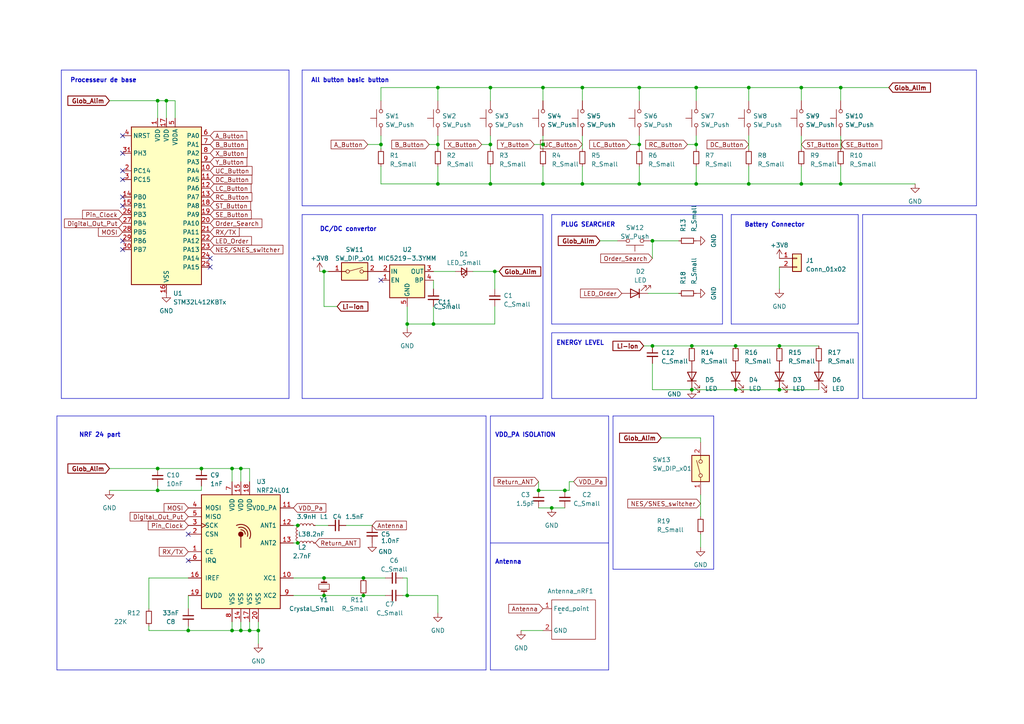
<source format=kicad_sch>
(kicad_sch (version 20230121) (generator eeschema)
  (paper "A4")
  (title_block (title "SNES_1") (date "06/04/2023") (company "ENSEA") (comment 1 "Auriac Robin") (comment 5 "Ce n'est pas fini, c'est une bêta"))
  (lib_symbols
    (symbol "Antenna_nRF24_2_4GHz:Antenna_nRF_2_4GHz"
      (property "Reference" "Antenna_nRF" (at 0 7.62 0))
      (symbol "Antenna_nRF_2_4GHz_0_1"
        (rectangle (start -6.35 6.35) (end 6.35 -5.08))
      )
      (symbol "Antenna_nRF_2_4GHz_1_1"
        (pin bidirectional line (at -8.89 3.81 0) (length 2.54) (name "Feed_point") (number "1"))
        (pin power_in line (at -8.89 -2.54 0) (length 2.54) (name "GND") (number "2"))
      )
    )
    (symbol "Connector_Generic:Conn_01x02" (pin_names (offset 1.016) hide)
      (property "Reference" "J" (at 0 2.54 0))
      (property "Value" "Conn_01x02" (at 0 -5.08 0))
      (symbol "Conn_01x02_1_1"
        (rectangle (start -1.27 -2.413) (end 0 -2.667) (stroke (width 0.1524)))
        (rectangle (start -1.27 0.127) (end 0 -0.127) (stroke (width 0.1524)))
        (rectangle (start -1.27 1.27) (end 1.27 -3.81) (stroke (width 0.254)) (fill (type background)))
        (pin passive line (at -5.08 0 0) (length 3.81) (name "Pin_1") (number "1"))
        (pin passive line (at -5.08 -2.54 0) (length 3.81) (name "Pin_2") (number "2"))
      )
    )
    (symbol "Device:C_Small" (pin_numbers hide) (pin_names (offset 0.254) hide)
      (property "Reference" "C" (at 0.254 1.778 0))
      (property "Value" "C_Small" (at 0.254 -2.032 0))
      (symbol "C_Small_0_1"
        (polyline (pts (xy -1.524 -0.508) (xy 1.524 -0.508)) (stroke (width 0.3302)))
        (polyline (pts (xy -1.524 0.508) (xy 1.524 0.508)) (stroke (width 0.3048)))
      )
      (symbol "C_Small_1_1"
        (pin passive line (at 0 2.54 270) (length 2.032) (name "~") (number "1"))
        (pin passive line (at 0 -2.54 90) (length 2.032) (name "~") (number "2"))
      )
    )
    (symbol "Device:Crystal_Small" (pin_numbers hide) (pin_names (offset 1.016) hide)
      (property "Reference" "Y" (at 0 2.54 0))
      (property "Value" "Crystal_Small" (at 0 -2.54 0))
      (symbol "Crystal_Small_0_1"
        (rectangle (start -0.762 -1.524) (end 0.762 1.524))
        (polyline (pts (xy -1.27 -0.762) (xy -1.27 0.762)) (stroke (width 0.381)))
        (polyline (pts (xy 1.27 -0.762) (xy 1.27 0.762)) (stroke (width 0.381)))
      )
      (symbol "Crystal_Small_1_1"
        (pin passive line (at -2.54 0 0) (length 1.27) (name "1") (number "1"))
        (pin passive line (at 2.54 0 180) (length 1.27) (name "2") (number "2"))
      )
    )
    (symbol "Device:LED" (pin_numbers hide) (pin_names (offset 1.016) hide)
      (property "Reference" "D" (at 0 2.54 0))
      (property "Value" "LED" (at 0 -2.54 0))
      (symbol "LED_0_1"
        (polyline (pts (xy -1.27 -1.27) (xy -1.27 1.27)) (stroke (width 0.254)))
        (polyline (pts (xy -1.27 0) (xy 1.27 0)))
        (polyline (pts (xy 1.27 -1.27) (xy 1.27 1.27) (xy -1.27 0) (xy 1.27 -1.27)) (stroke (width 0.254)))
        (polyline (pts (xy -3.048 -0.762) (xy -4.572 -2.286) (xy -3.81 -2.286) (xy -4.572 -2.286) (xy -4.572 -1.524)))
        (polyline (pts (xy -1.778 -0.762) (xy -3.302 -2.286) (xy -2.54 -2.286) (xy -3.302 -2.286) (xy -3.302 -1.524)))
      )
      (symbol "LED_1_1"
        (pin passive line (at -3.81 0 0) (length 2.54) (name "K") (number "1"))
        (pin passive line (at 3.81 0 180) (length 2.54) (name "A") (number "2"))
      )
    )
    (symbol "Device:LED_Small" (pin_numbers hide) (pin_names (offset 0.254) hide)
      (property "Reference" "D" (at -1.27 3.175 0))
      (property "Value" "LED_Small" (at -4.445 -2.54 0))
      (symbol "LED_Small_0_1"
        (polyline (pts (xy -0.762 -1.016) (xy -0.762 1.016)) (stroke (width 0.254)))
        (polyline (pts (xy 1.016 0) (xy -0.762 0)))
        (polyline (pts (xy 0.762 -1.016) (xy -0.762 0) (xy 0.762 1.016) (xy 0.762 -1.016)) (stroke (width 0.254)))
        (polyline (pts (xy 0 0.762) (xy -0.508 1.27) (xy -0.254 1.27) (xy -0.508 1.27) (xy -0.508 1.016)))
        (polyline (pts (xy 0.508 1.27) (xy 0 1.778) (xy 0.254 1.778) (xy 0 1.778) (xy 0 1.524)))
      )
      (symbol "LED_Small_1_1"
        (pin passive line (at -2.54 0 0) (length 1.778) (name "K") (number "1"))
        (pin passive line (at 2.54 0 180) (length 1.778) (name "A") (number "2"))
      )
    )
    (symbol "Device:L_Small" (pin_numbers hide) (pin_names (offset 0.254) hide)
      (property "Reference" "L" (at 0.762 1.016 0))
      (property "Value" "L_Small" (at 0.762 -1.016 0))
      (symbol "L_Small_0_1"
        (arc (start 0 -2.032) (mid 0.5058 -1.524) (end 0 -1.016))
        (arc (start 0 -1.016) (mid 0.5058 -0.508) (end 0 0))
        (arc (start 0 0) (mid 0.5058 0.508) (end 0 1.016))
        (arc (start 0 1.016) (mid 0.5058 1.524) (end 0 2.032))
      )
      (symbol "L_Small_1_1"
        (pin passive line (at 0 2.54 270) (length 0.508) (name "~") (number "1"))
        (pin passive line (at 0 -2.54 90) (length 0.508) (name "~") (number "2"))
      )
    )
    (symbol "Device:R_Small" (pin_numbers hide) (pin_names (offset 0.254) hide)
      (property "Reference" "R" (at 0.762 0.508 0))
      (property "Value" "R_Small" (at 0.762 -1.016 0))
      (symbol "R_Small_0_1"
        (rectangle (start -0.762 1.778) (end 0.762 -1.778) (stroke (width 0.2032)))
      )
      (symbol "R_Small_1_1"
        (pin passive line (at 0 2.54 270) (length 0.762) (name "~") (number "1"))
        (pin passive line (at 0 -2.54 90) (length 0.762) (name "~") (number "2"))
      )
    )
    (symbol "MCU_ST_STM32L4:STM32L412KBTx"
      (property "Reference" "U" (at -10.16 24.13 0))
      (property "Value" "STM32L412KBTx" (at 5.08 24.13 0))
      (symbol "STM32L412KBTx_0_1"
        (rectangle (start -10.16 -22.86) (end 10.16 22.86) (stroke (width 0.254)) (fill (type background)))
      )
      (symbol "STM32L412KBTx_1_1"
        (pin power_in line (at -2.54 25.4 270) (length 2.54) (name "VDD") (number "1"))
        (pin bidirectional line (at 12.7 10.16 180) (length 2.54) (name "PA4") (number "10"))
        (pin bidirectional line (at 12.7 7.62 180) (length 2.54) (name "PA5") (number "11"))
        (pin bidirectional line (at 12.7 5.08 180) (length 2.54) (name "PA6") (number "12"))
        (pin bidirectional line (at 12.7 2.54 180) (length 2.54) (name "PA7") (number "13"))
        (pin bidirectional line (at -12.7 2.54 0) (length 2.54) (name "PB0") (number "14"))
        (pin bidirectional line (at -12.7 0 0) (length 2.54) (name "PB1") (number "15"))
        (pin power_in line (at 0 -25.4 90) (length 2.54) (name "VSS") (number "16"))
        (pin power_in line (at 0 25.4 270) (length 2.54) (name "VDD") (number "17"))
        (pin bidirectional line (at 12.7 0 180) (length 2.54) (name "PA8") (number "18"))
        (pin bidirectional line (at 12.7 -2.54 180) (length 2.54) (name "PA9") (number "19"))
        (pin bidirectional line (at -12.7 10.16 0) (length 2.54) (name "PC14") (number "2"))
        (pin bidirectional line (at 12.7 -5.08 180) (length 2.54) (name "PA10") (number "20"))
        (pin bidirectional line (at 12.7 -7.62 180) (length 2.54) (name "PA11") (number "21"))
        (pin bidirectional line (at 12.7 -10.16 180) (length 2.54) (name "PA12") (number "22"))
        (pin bidirectional line (at 12.7 -12.7 180) (length 2.54) (name "PA13") (number "23"))
        (pin bidirectional line (at 12.7 -15.24 180) (length 2.54) (name "PA14") (number "24"))
        (pin bidirectional line (at 12.7 -17.78 180) (length 2.54) (name "PA15") (number "25"))
        (pin bidirectional line (at -12.7 -2.54 0) (length 2.54) (name "PB3") (number "26"))
        (pin bidirectional line (at -12.7 -5.08 0) (length 2.54) (name "PB4") (number "27"))
        (pin bidirectional line (at -12.7 -7.62 0) (length 2.54) (name "PB5") (number "28"))
        (pin bidirectional line (at -12.7 -10.16 0) (length 2.54) (name "PB6") (number "29"))
        (pin bidirectional line (at -12.7 7.62 0) (length 2.54) (name "PC15") (number "3"))
        (pin bidirectional line (at -12.7 -12.7 0) (length 2.54) (name "PB7") (number "30"))
        (pin bidirectional line (at -12.7 15.24 0) (length 2.54) (name "PH3") (number "31"))
        (pin passive line (at 0 -25.4 90) (length 2.54) hide (name "VSS") (number "32"))
        (pin input line (at -12.7 20.32 0) (length 2.54) (name "NRST") (number "4"))
        (pin power_in line (at 2.54 25.4 270) (length 2.54) (name "VDDA") (number "5"))
        (pin bidirectional line (at 12.7 20.32 180) (length 2.54) (name "PA0") (number "6"))
        (pin bidirectional line (at 12.7 17.78 180) (length 2.54) (name "PA1") (number "7"))
        (pin bidirectional line (at 12.7 15.24 180) (length 2.54) (name "PA2") (number "8"))
        (pin bidirectional line (at 12.7 12.7 180) (length 2.54) (name "PA3") (number "9"))
      )
    )
    (symbol "RF:NRF24L01" (pin_names (offset 1.016))
      (property "Reference" "U" (at -11.43 17.78 0))
      (property "Value" "NRF24L01" (at 5.08 17.78 0))
      (symbol "NRF24L01_0_1"
        (rectangle (start -11.43 16.51) (end 11.43 -16.51) (stroke (width 0.254)) (fill (type background)))
        (polyline (pts (xy 0 4.445) (xy 0 1.27)) (stroke (width 0.254)))
        (circle (center 0 5.08) (radius 0.635) (stroke (width 0.254)) (fill (type outline)))
        (arc (start 1.27 5.08) (mid 0.9071 5.9946) (end 0 6.35) (stroke (width 0.254)))
        (arc (start 1.905 4.445) (mid 1.4313 6.5254) (end -0.635 6.985) (stroke (width 0.254)))
        (arc (start 2.54 3.81) (mid 2.008 7.088) (end -1.27 7.62) (stroke (width 0.254)))
        (rectangle (start 11.43 -13.97) (end 11.43 -13.97))
      )
      (symbol "NRF24L01_1_1"
        (pin input line (at -15.24 0 0) (length 3.81) (name "CE") (number "1"))
        (pin passive line (at 15.24 -7.62 180) (length 3.81) (name "XC1") (number "10"))
        (pin power_out line (at 15.24 12.7 180) (length 3.81) (name "VDD_PA") (number "11"))
        (pin passive line (at 15.24 7.62 180) (length 3.81) (name "ANT1") (number "12"))
        (pin passive line (at 15.24 2.54 180) (length 3.81) (name "ANT2") (number "13"))
        (pin power_in line (at 0 -20.32 90) (length 3.81) (name "VSS") (number "14"))
        (pin power_in line (at 0 20.32 270) (length 3.81) (name "VDD") (number "15"))
        (pin passive line (at -15.24 -7.62 0) (length 3.81) (name "IREF") (number "16"))
        (pin power_in line (at 2.54 -20.32 90) (length 3.81) (name "VSS") (number "17"))
        (pin power_in line (at 2.54 20.32 270) (length 3.81) (name "VDD") (number "18"))
        (pin power_out line (at -15.24 -12.7 0) (length 3.81) (name "DVDD") (number "19"))
        (pin input line (at -15.24 5.08 0) (length 3.81) (name "CSN") (number "2"))
        (pin power_in line (at 5.08 -20.32 90) (length 3.81) (name "VSS") (number "20"))
        (pin input clock (at -15.24 7.62 0) (length 3.81) (name "SCK") (number "3"))
        (pin input line (at -15.24 12.7 0) (length 3.81) (name "MOSI") (number "4"))
        (pin output line (at -15.24 10.16 0) (length 3.81) (name "MISO") (number "5"))
        (pin output line (at -15.24 -2.54 0) (length 3.81) (name "IRQ") (number "6"))
        (pin power_in line (at -2.54 20.32 270) (length 3.81) (name "VDD") (number "7"))
        (pin power_in line (at -2.54 -20.32 90) (length 3.81) (name "VSS") (number "8"))
        (pin passive line (at 15.24 -12.7 180) (length 3.81) (name "XC2") (number "9"))
      )
    )
    (symbol "Regulator_Linear:MIC5219-3.3YMM" (pin_names (offset 0.254))
      (property "Reference" "U" (at -3.81 5.715 0))
      (property "Value" "MIC5219-3.3YMM" (at 0 5.715 0))
      (symbol "MIC5219-3.3YMM_0_1"
        (rectangle (start -5.08 4.445) (end 5.08 -5.08) (stroke (width 0.254)) (fill (type background)))
      )
      (symbol "MIC5219-3.3YMM_1_1"
        (pin input line (at -7.62 0 0) (length 2.54) (name "EN") (number "1"))
        (pin power_in line (at -7.62 2.54 0) (length 2.54) (name "IN") (number "2"))
        (pin power_out line (at 7.62 2.54 180) (length 2.54) (name "OUT") (number "3"))
        (pin input line (at 7.62 0 180) (length 2.54) (name "BP") (number "4"))
        (pin power_in line (at 0 -7.62 90) (length 2.54) (name "GND") (number "5"))
        (pin passive line (at 0 -7.62 90) (length 2.54) hide (name "GND") (number "6"))
        (pin passive line (at 0 -7.62 90) (length 2.54) hide (name "GND") (number "7"))
        (pin passive line (at 0 -7.62 90) (length 2.54) hide (name "GND") (number "8"))
      )
    )
    (symbol "Switch:SW_DIP_x01" (pin_names (offset 0) hide)
      (property "Reference" "SW" (at 0 3.81 0))
      (property "Value" "SW_DIP_x01" (at 0 -3.81 0))
      (symbol "SW_DIP_x01_0_0"
        (circle (center -2.032 0) (radius 0.508))
        (polyline (pts (xy -1.524 0.127) (xy 2.3622 1.1684)))
        (circle (center 2.032 0) (radius 0.508))
      )
      (symbol "SW_DIP_x01_0_1"
        (rectangle (start -3.81 2.54) (end 3.81 -2.54) (stroke (width 0.254)) (fill (type background)))
      )
      (symbol "SW_DIP_x01_1_1"
        (pin passive line (at -7.62 0 0) (length 5.08) (name "~") (number "1"))
        (pin passive line (at 7.62 0 180) (length 5.08) (name "~") (number "2"))
      )
    )
    (symbol "Switch:SW_Push" (pin_numbers hide) (pin_names (offset 1.016) hide)
      (property "Reference" "SW" (at 1.27 2.54 0))
      (property "Value" "SW_Push" (at 0 -1.524 0))
      (symbol "SW_Push_0_1"
        (circle (center -2.032 0) (radius 0.508))
        (polyline (pts (xy 0 1.27) (xy 0 3.048)))
        (polyline (pts (xy 2.54 1.27) (xy -2.54 1.27)))
        (circle (center 2.032 0) (radius 0.508))
        (pin passive line (at -5.08 0 0) (length 2.54) (name "1") (number "1"))
        (pin passive line (at 5.08 0 180) (length 2.54) (name "2") (number "2"))
      )
    )
    (symbol "power:+3V8" (power) (pin_names (offset 0))
      (property "Value" "+3V8" (at 0 3.556 0))
      (symbol "+3V8_0_1"
        (polyline (pts (xy -0.762 1.27) (xy 0 2.54)))
        (polyline (pts (xy 0 0) (xy 0 2.54)))
        (polyline (pts (xy 0 2.54) (xy 0.762 1.27)))
      )
      (symbol "+3V8_1_1"
        (pin power_in line (at 0 0 90) (length 0) hide (name "+3V8") (number "1"))
      )
    )
    (symbol "power:GND" (power) (pin_names (offset 0))
      (property "Value" "GND" (at 0 -3.81 0))
      (symbol "GND_0_1"
        (polyline (pts (xy 0 0) (xy 0 -1.27) (xy 1.27 -1.27) (xy 0 -2.54) (xy -1.27 -1.27) (xy 0 -1.27)))
      )
      (symbol "GND_1_1"
        (pin power_in line (at 0 0 270) (length 0) hide (name "GND") (number "1"))
      )
    )
  )
  (junction (at 48.26 29.21))
  (junction (at 200.66 100.33))
  (junction (at 143.51 78.74))
  (junction (at 185.42 25.4))
  (junction (at 72.39 182.88))
  (junction (at 69.85 135.89))
  (junction (at 226.06 100.33))
  (junction (at 69.85 182.88))
  (junction (at 213.36 113.03))
  (junction (at 127 53.34))
  (junction (at 213.36 100.33))
  (junction (at 157.48 53.34))
  (junction (at 67.31 135.89))
  (junction (at 118.11 93.98))
  (junction (at 142.24 41.91))
  (junction (at 168.91 53.34))
  (junction (at 217.17 25.4))
  (junction (at 105.41 167.64))
  (junction (at 232.41 25.4))
  (junction (at 217.17 53.34))
  (junction (at 142.24 25.4))
  (junction (at 189.23 100.33))
  (junction (at 157.48 41.91))
  (junction (at 243.84 25.4))
  (junction (at 58.42 135.89))
  (junction (at 200.66 113.03))
  (junction (at 127 41.91))
  (junction (at 118.11 172.72))
  (junction (at 142.24 53.34))
  (junction (at 93.98 172.72))
  (junction (at 125.73 93.98))
  (junction (at 185.42 41.91))
  (junction (at 54.61 182.88))
  (junction (at 243.84 53.34))
  (junction (at 45.72 142.24))
  (junction (at 185.42 53.34))
  (junction (at 201.93 41.91))
  (junction (at 110.49 41.91))
  (junction (at 160.02 147.32))
  (junction (at 67.31 182.88))
  (junction (at 45.72 135.89))
  (junction (at 93.98 78.74))
  (junction (at 201.93 25.4))
  (junction (at 105.41 172.72))
  (junction (at 157.48 25.4))
  (junction (at 226.06 113.03))
  (junction (at 74.93 182.88))
  (junction (at 232.41 53.34))
  (junction (at 201.93 53.34))
  (junction (at 127 25.4))
  (junction (at 189.23 69.85))
  (junction (at 168.91 25.4))
  (junction (at 163.83 142.24))
  (junction (at 45.72 29.21))
  (junction (at 93.98 167.64))
  (junction (at 156.21 142.24))
  (junction (at 86.36 157.48))
  (junction (at 86.36 152.4))
  (no_connect (at 60.96 77.47))
  (no_connect (at 54.61 162.56))
  (no_connect (at 35.56 52.07))
  (no_connect (at 35.56 39.37))
  (no_connect (at 35.56 72.39))
  (no_connect (at 35.56 44.45))
  (no_connect (at 35.56 59.69))
  (no_connect (at 35.56 49.53))
  (no_connect (at 110.49 81.28))
  (no_connect (at 35.56 69.85))
  (no_connect (at 54.61 154.94))
  (no_connect (at 35.56 57.15))
  (no_connect (at 60.96 74.93))
  (polyline (pts (xy 176.53 120.65) (xy 176.53 194.31)))
  (polyline (pts (xy 207.01 165.1) (xy 177.8 165.1)))
  (polyline (pts (xy 142.24 157.48) (xy 176.53 157.48)))
  (wire (pts (xy 127 25.4) (xy 127 29.21)))
  (wire (pts (xy 243.84 25.4) (xy 232.41 25.4)))
  (wire (pts (xy 69.85 180.34) (xy 69.85 182.88)))
  (wire (pts (xy 189.23 74.93) (xy 189.23 69.85)))
  (wire (pts (xy 127 48.26) (xy 127 53.34)))
  (wire (pts (xy 118.11 172.72) (xy 118.11 167.64)))
  (wire (pts (xy 92.71 78.74) (xy 93.98 78.74)))
  (wire (pts (xy 232.41 25.4) (xy 232.41 29.21)))
  (wire (pts (xy 217.17 39.37) (xy 217.17 43.18)))
  (polyline (pts (xy 157.48 115.57) (xy 157.48 62.23)))
  (polyline (pts (xy 16.51 120.65) (xy 16.51 194.31)))
  (polyline (pts (xy 142.24 194.31) (xy 176.53 194.31)))
  (wire (pts (xy 95.25 152.4) (xy 91.44 152.4)))
  (wire (pts (xy 157.48 25.4) (xy 157.48 29.21)))
  (wire (pts (xy 125.73 78.74) (xy 132.08 78.74)))
  (polyline (pts (xy 142.24 194.31) (xy 142.24 120.65)))
  (wire (pts (xy 185.42 39.37) (xy 185.42 41.91)))
  (wire (pts (xy 154.94 41.91) (xy 157.48 41.91)))
  (wire (pts (xy 86.36 152.4) (xy 85.09 152.4)))
  (wire (pts (xy 200.66 100.33) (xy 213.36 100.33)))
  (wire (pts (xy 74.93 182.88) (xy 74.93 186.69)))
  (polyline (pts (xy 212.09 62.23) (xy 212.09 93.98)))
  (wire (pts (xy 185.42 48.26) (xy 185.42 53.34)))
  (wire (pts (xy 43.18 167.64) (xy 43.18 176.53)))
  (wire (pts (xy 125.73 93.98) (xy 118.11 93.98)))
  (wire (pts (xy 93.98 172.72) (xy 105.41 172.72)))
  (wire (pts (xy 67.31 135.89) (xy 67.31 139.7)))
  (wire (pts (xy 142.24 48.26) (xy 142.24 53.34)))
  (wire (pts (xy 67.31 180.34) (xy 67.31 182.88)))
  (wire (pts (xy 43.18 181.61) (xy 43.18 182.88)))
  (polyline (pts (xy 160.02 62.23) (xy 209.55 62.23)))
  (polyline (pts (xy 209.55 93.98) (xy 160.02 93.98)))
  (wire (pts (xy 142.24 41.91) (xy 142.24 43.18)))
  (wire (pts (xy 127 53.34) (xy 110.49 53.34)))
  (polyline (pts (xy 17.78 20.32) (xy 17.78 115.57)))
  (wire (pts (xy 189.23 100.33) (xy 200.66 100.33)))
  (wire (pts (xy 265.43 53.34) (xy 243.84 53.34)))
  (wire (pts (xy 127 41.91) (xy 127 43.18)))
  (wire (pts (xy 74.93 180.34) (xy 74.93 182.88)))
  (wire (pts (xy 54.61 176.53) (xy 54.61 172.72)))
  (polyline (pts (xy 87.63 59.69) (xy 283.21 59.69)))
  (wire (pts (xy 203.2 143.51) (xy 203.2 149.86)))
  (wire (pts (xy 165.1 142.24) (xy 163.83 142.24)))
  (wire (pts (xy 93.98 78.74) (xy 93.98 88.9)))
  (wire (pts (xy 72.39 180.34) (xy 72.39 182.88)))
  (wire (pts (xy 217.17 48.26) (xy 217.17 53.34)))
  (wire (pts (xy 182.88 41.91) (xy 185.42 41.91)))
  (wire (pts (xy 203.2 127) (xy 191.77 127)))
  (wire (pts (xy 199.39 41.91) (xy 201.93 41.91)))
  (polyline (pts (xy 212.09 62.23) (xy 248.92 62.23)))
  (wire (pts (xy 118.11 172.72) (xy 127 172.72)))
  (wire (pts (xy 157.48 48.26) (xy 157.48 53.34)))
  (wire (pts (xy 105.41 172.72) (xy 111.76 172.72)))
  (wire (pts (xy 168.91 48.26) (xy 168.91 53.34)))
  (wire (pts (xy 110.49 41.91) (xy 110.49 43.18)))
  (polyline (pts (xy 83.82 115.57) (xy 83.82 20.32)))
  (wire (pts (xy 185.42 53.34) (xy 168.91 53.34)))
  (wire (pts (xy 243.84 39.37) (xy 243.84 43.18)))
  (wire (pts (xy 201.93 41.91) (xy 201.93 43.18)))
  (wire (pts (xy 160.02 147.32) (xy 163.83 147.32)))
  (wire (pts (xy 217.17 25.4) (xy 201.93 25.4)))
  (wire (pts (xy 157.48 53.34) (xy 142.24 53.34)))
  (polyline (pts (xy 87.63 62.23) (xy 157.48 62.23)))
  (polyline (pts (xy 160.02 96.52) (xy 160.02 115.57)))
  (wire (pts (xy 69.85 135.89) (xy 69.85 139.7)))
  (wire (pts (xy 168.91 53.34) (xy 157.48 53.34)))
  (wire (pts (xy 69.85 182.88) (xy 67.31 182.88)))
  (polyline (pts (xy 16.51 120.65) (xy 140.97 120.65)))
  (polyline (pts (xy 87.63 20.32) (xy 283.21 20.32)))
  (wire (pts (xy 31.75 135.89) (xy 45.72 135.89)))
  (wire (pts (xy 67.31 135.89) (xy 69.85 135.89)))
  (wire (pts (xy 125.73 81.28) (xy 125.73 83.82)))
  (wire (pts (xy 48.26 29.21) (xy 50.8 29.21)))
  (polyline (pts (xy 160.02 96.52) (xy 248.92 96.52)))
  (wire (pts (xy 142.24 25.4) (xy 127 25.4)))
  (wire (pts (xy 213.36 113.03) (xy 226.06 113.03)))
  (polyline (pts (xy 160.02 62.23) (xy 160.02 93.98)))
  (polyline (pts (xy 17.78 115.57) (xy 83.82 115.57)))
  (wire (pts (xy 257.81 25.4) (xy 243.84 25.4)))
  (polyline (pts (xy 140.97 120.65) (xy 140.97 194.31)))
  (wire (pts (xy 50.8 29.21) (xy 50.8 34.29)))
  (wire (pts (xy 203.2 127) (xy 203.2 128.27)))
  (wire (pts (xy 127 39.37) (xy 127 41.91)))
  (wire (pts (xy 69.85 135.89) (xy 72.39 135.89)))
  (wire (pts (xy 45.72 29.21) (xy 45.72 34.29)))
  (wire (pts (xy 85.09 167.64) (xy 93.98 167.64)))
  (wire (pts (xy 45.72 135.89) (xy 58.42 135.89)))
  (wire (pts (xy 166.37 139.7) (xy 165.1 139.7)))
  (wire (pts (xy 142.24 53.34) (xy 127 53.34)))
  (wire (pts (xy 93.98 88.9) (xy 97.79 88.9)))
  (wire (pts (xy 203.2 158.75) (xy 203.2 154.94)))
  (polyline (pts (xy 283.21 62.23) (xy 283.21 115.57)))
  (wire (pts (xy 31.75 29.21) (xy 45.72 29.21)))
  (wire (pts (xy 54.61 181.61) (xy 54.61 182.88)))
  (wire (pts (xy 226.06 100.33) (xy 237.49 100.33)))
  (wire (pts (xy 116.84 172.72) (xy 118.11 172.72)))
  (polyline (pts (xy 248.92 93.98) (xy 212.09 93.98)))
  (wire (pts (xy 217.17 53.34) (xy 201.93 53.34)))
  (wire (pts (xy 232.41 53.34) (xy 217.17 53.34)))
  (wire (pts (xy 118.11 88.9) (xy 118.11 93.98)))
  (wire (pts (xy 45.72 140.97) (xy 45.72 142.24)))
  (wire (pts (xy 100.33 152.4) (xy 107.95 152.4)))
  (wire (pts (xy 217.17 25.4) (xy 217.17 29.21)))
  (wire (pts (xy 31.75 142.24) (xy 45.72 142.24)))
  (wire (pts (xy 168.91 25.4) (xy 157.48 25.4)))
  (wire (pts (xy 189.23 105.41) (xy 189.23 113.03)))
  (wire (pts (xy 142.24 25.4) (xy 142.24 29.21)))
  (wire (pts (xy 58.42 140.97) (xy 58.42 142.24)))
  (wire (pts (xy 168.91 39.37) (xy 168.91 43.18)))
  (polyline (pts (xy 283.21 59.69) (xy 283.21 20.32)))
  (wire (pts (xy 85.09 157.48) (xy 86.36 157.48)))
  (polyline (pts (xy 283.21 115.57) (xy 250.19 115.57)))
  (polyline (pts (xy 87.63 115.57) (xy 157.48 115.57)))
  (polyline (pts (xy 160.02 115.57) (xy 248.92 115.57)))
  (wire (pts (xy 54.61 182.88) (xy 67.31 182.88)))
  (wire (pts (xy 139.7 41.91) (xy 142.24 41.91)))
  (wire (pts (xy 74.93 182.88) (xy 72.39 182.88)))
  (wire (pts (xy 54.61 167.64) (xy 43.18 167.64)))
  (polyline (pts (xy 142.24 120.65) (xy 176.53 120.65)))
  (polyline (pts (xy 177.8 120.65) (xy 177.8 165.1)))
  (wire (pts (xy 142.24 39.37) (xy 142.24 41.91)))
  (wire (pts (xy 157.48 25.4) (xy 142.24 25.4)))
  (polyline (pts (xy 87.63 62.23) (xy 87.63 115.57)))
  (wire (pts (xy 201.93 39.37) (xy 201.93 41.91)))
  (wire (pts (xy 127 25.4) (xy 110.49 25.4)))
  (wire (pts (xy 72.39 135.89) (xy 72.39 139.7)))
  (polyline (pts (xy 207.01 120.65) (xy 207.01 165.1)))
  (wire (pts (xy 110.49 25.4) (xy 110.49 29.21)))
  (wire (pts (xy 163.83 142.24) (xy 156.21 142.24)))
  (wire (pts (xy 200.66 113.03) (xy 213.36 113.03)))
  (wire (pts (xy 232.41 48.26) (xy 232.41 53.34)))
  (wire (pts (xy 110.49 39.37) (xy 110.49 41.91)))
  (polyline (pts (xy 177.8 120.65) (xy 207.01 120.65)))
  (wire (pts (xy 226.06 113.03) (xy 237.49 113.03)))
  (wire (pts (xy 93.98 167.64) (xy 105.41 167.64)))
  (wire (pts (xy 127 172.72) (xy 127 177.8)))
  (polyline (pts (xy 250.19 62.23) (xy 283.21 62.23)))
  (wire (pts (xy 185.42 25.4) (xy 168.91 25.4)))
  (wire (pts (xy 124.46 41.91) (xy 127 41.91)))
  (wire (pts (xy 201.93 53.34) (xy 185.42 53.34)))
  (wire (pts (xy 143.51 83.82) (xy 143.51 78.74)))
  (wire (pts (xy 243.84 53.34) (xy 232.41 53.34)))
  (wire (pts (xy 201.93 48.26) (xy 201.93 53.34)))
  (wire (pts (xy 173.99 69.85) (xy 179.07 69.85)))
  (wire (pts (xy 201.93 25.4) (xy 201.93 29.21)))
  (wire (pts (xy 243.84 48.26) (xy 243.84 53.34)))
  (wire (pts (xy 189.23 69.85) (xy 196.85 69.85)))
  (polyline (pts (xy 248.92 115.57) (xy 248.92 96.52)))
  (wire (pts (xy 72.39 182.88) (xy 69.85 182.88)))
  (wire (pts (xy 165.1 139.7) (xy 165.1 142.24)))
  (polyline (pts (xy 248.92 62.23) (xy 248.92 93.98)))
  (wire (pts (xy 58.42 135.89) (xy 67.31 135.89)))
  (wire (pts (xy 105.41 167.64) (xy 111.76 167.64)))
  (polyline (pts (xy 250.19 62.23) (xy 250.19 115.57)))
  (wire (pts (xy 201.93 25.4) (xy 185.42 25.4)))
  (wire (pts (xy 125.73 93.98) (xy 143.51 93.98)))
  (wire (pts (xy 185.42 41.91) (xy 185.42 43.18)))
  (wire (pts (xy 156.21 139.7) (xy 156.21 142.24)))
  (wire (pts (xy 106.68 41.91) (xy 110.49 41.91)))
  (wire (pts (xy 243.84 25.4) (xy 243.84 29.21)))
  (wire (pts (xy 45.72 29.21) (xy 48.26 29.21)))
  (wire (pts (xy 137.16 78.74) (xy 143.51 78.74)))
  (wire (pts (xy 226.06 77.47) (xy 226.06 83.82)))
  (wire (pts (xy 93.98 78.74) (xy 95.25 78.74)))
  (wire (pts (xy 156.21 147.32) (xy 160.02 147.32)))
  (wire (pts (xy 168.91 25.4) (xy 168.91 29.21)))
  (wire (pts (xy 151.13 182.88) (xy 157.48 182.88)))
  (wire (pts (xy 143.51 78.74) (xy 144.78 78.74)))
  (wire (pts (xy 213.36 100.33) (xy 226.06 100.33)))
  (wire (pts (xy 143.51 88.9) (xy 143.51 93.98)))
  (wire (pts (xy 157.48 41.91) (xy 157.48 43.18)))
  (wire (pts (xy 43.18 182.88) (xy 54.61 182.88)))
  (wire (pts (xy 48.26 29.21) (xy 48.26 34.29)))
  (polyline (pts (xy 140.97 194.31) (xy 16.51 194.31)))
  (polyline (pts (xy 209.55 62.23) (xy 209.55 93.98)))
  (wire (pts (xy 85.09 172.72) (xy 93.98 172.72)))
  (wire (pts (xy 232.41 25.4) (xy 217.17 25.4)))
  (wire (pts (xy 116.84 167.64) (xy 118.11 167.64)))
  (polyline (pts (xy 87.63 20.32) (xy 87.63 59.69)))
  (polyline (pts (xy 17.78 20.32) (xy 83.82 20.32)))
  (wire (pts (xy 196.85 85.09) (xy 187.96 85.09)))
  (wire (pts (xy 232.41 39.37) (xy 232.41 43.18)))
  (wire (pts (xy 189.23 113.03) (xy 200.66 113.03)))
  (wire (pts (xy 125.73 88.9) (xy 125.73 93.98)))
  (wire (pts (xy 186.69 100.33) (xy 189.23 100.33)))
  (wire (pts (xy 110.49 53.34) (xy 110.49 48.26)))
  (wire (pts (xy 58.42 142.24) (xy 45.72 142.24)))
  (wire (pts (xy 185.42 25.4) (xy 185.42 29.21)))
  (wire (pts (xy 118.11 93.98) (xy 118.11 95.25)))
  (wire (pts (xy 157.48 39.37) (xy 157.48 41.91)))
  (text "NRF 24 part\n" (at 22.86 127 0) (effects (font (size 1.27 1.27) bold) (justify left bottom)))
  (text "Antenna" (at 143.51 163.83 0) (effects (font (size 1.27 1.27) bold) (justify left bottom)))
  (text "Processeur de base" (at 20.32 24.13 0) (effects (font (size 1.27 1.27) (thickness 0.254) bold) (justify left bottom)))
  (text "PLUG SEARCHER" (at 162.56 66.04 0) (effects (font (size 1.27 1.27) (thickness 0.254) bold) (justify left bottom)))
  (text "VDD_PA ISOLATION\n" (at 143.51 127 0) (effects (font (size 1.27 1.27) (thickness 0.254) bold) (justify left bottom)))
  (text "All button basic button\n" (at 90.17 24.13 0) (effects (font (size 1.27 1.27) bold) (justify left bottom)))
  (text "Battery Connector" (at 215.9 66.04 0) (effects (font (size 1.27 1.27) (thickness 0.254) bold) (justify left bottom)))
  (text "DC/DC convertor\n" (at 92.71 67.31 0) (effects (font (size 1.27 1.27) bold) (justify left bottom)))
  (text "ENERGY LEVEL" (at 161.29 100.33 0) (effects (font (size 1.27 1.27) bold) (justify left bottom)))
  (global_label "SE_Button" (shape input) (at 243.84 41.91 0) (property "Intersheetrefs" "${INTERSHEET_REFS}" (effects hide)))
  (global_label "B_Button" (shape input) (at 60.96 41.91 0) (property "Intersheetrefs" "${INTERSHEET_REFS}" (effects hide)))
  (global_label "Li-ion" (shape input) (at 97.79 88.9 0) (effects (font bold)) (property "Intersheetrefs" "${INTERSHEET_REFS}" (effects hide)))
  (global_label "NES{slash}SNES_switcher" (shape input) (at 60.96 72.39 0) (property "Intersheetrefs" "${INTERSHEET_REFS}" (effects hide)))
  (global_label "A_Button" (shape input) (at 106.68 41.91 180) (property "Intersheetrefs" "${INTERSHEET_REFS}" (effects hide)))
  (global_label "MOSI" (shape input) (at 54.61 147.32 180) (property "Intersheetrefs" "${INTERSHEET_REFS}" (effects hide)))
  (global_label "LC_Button" (shape input) (at 182.88 41.91 180) (property "Intersheetrefs" "${INTERSHEET_REFS}" (effects hide)))
  (global_label "Digital_Out_Put" (shape input) (at 54.61 149.86 180) (property "Intersheetrefs" "${INTERSHEET_REFS}" (effects hide)))
  (global_label "Pin_Clock" (shape input) (at 54.61 152.4 180) (property "Intersheetrefs" "${INTERSHEET_REFS}" (effects hide)))
  (global_label "DC_Button" (shape input) (at 60.96 52.07 0) (property "Intersheetrefs" "${INTERSHEET_REFS}" (effects hide)))
  (global_label "Pin_Clock" (shape input) (at 35.56 62.23 180) (property "Intersheetrefs" "${INTERSHEET_REFS}" (effects hide)))
  (global_label "Glob_Alim" (shape input) (at 257.81 25.4 0) (effects (font bold)) (property "Intersheetrefs" "${INTERSHEET_REFS}" (effects hide)))
  (global_label "DC_Button" (shape input) (at 217.17 41.91 180) (property "Intersheetrefs" "${INTERSHEET_REFS}" (effects hide)))
  (global_label "Glob_Alim" (shape input) (at 31.75 135.89 180) (effects (font bold)) (property "Intersheetrefs" "${INTERSHEET_REFS}" (effects hide)))
  (global_label "B_Button" (shape input) (at 124.46 41.91 180) (property "Intersheetrefs" "${INTERSHEET_REFS}" (effects hide)))
  (global_label "Glob_Alim" (shape input) (at 144.78 78.74 0) (effects (font bold)) (property "Intersheetrefs" "${INTERSHEET_REFS}" (effects hide)))
  (global_label "MOSI" (shape input) (at 35.56 67.31 180) (property "Intersheetrefs" "${INTERSHEET_REFS}" (effects hide)))
  (global_label "ST_Button" (shape input) (at 232.41 41.91 0) (property "Intersheetrefs" "${INTERSHEET_REFS}" (effects hide)))
  (global_label "Return_ANT" (shape input) (at 91.44 157.48 0) (property "Intersheetrefs" "${INTERSHEET_REFS}" (effects hide)))
  (global_label "Li-ion" (shape input) (at 186.69 100.33 180) (effects (font bold)) (property "Intersheetrefs" "${INTERSHEET_REFS}" (effects hide)))
  (global_label "A_Button" (shape input) (at 60.96 39.37 0) (property "Intersheetrefs" "${INTERSHEET_REFS}" (effects hide)))
  (global_label "LC_Button" (shape input) (at 60.96 54.61 0) (property "Intersheetrefs" "${INTERSHEET_REFS}" (effects hide)))
  (global_label "SE_Button" (shape input) (at 60.96 62.23 0) (property "Intersheetrefs" "${INTERSHEET_REFS}" (effects hide)))
  (global_label "Order_Search" (shape input) (at 189.23 74.93 180) (property "Intersheetrefs" "${INTERSHEET_REFS}" (effects hide)))
  (global_label "Glob_Alim" (shape input) (at 191.77 127 180) (effects (font bold)) (property "Intersheetrefs" "${INTERSHEET_REFS}" (effects hide)))
  (global_label "VDD_Pa" (shape input) (at 85.09 147.32 0) (property "Intersheetrefs" "${INTERSHEET_REFS}" (effects hide)))
  (global_label "Y_Button" (shape input) (at 60.96 46.99 0) (property "Intersheetrefs" "${INTERSHEET_REFS}" (effects hide)))
  (global_label "UC_Button" (shape input) (at 60.96 49.53 0) (property "Intersheetrefs" "${INTERSHEET_REFS}" (effects hide)))
  (global_label "X_Button" (shape input) (at 139.7 41.91 180) (property "Intersheetrefs" "${INTERSHEET_REFS}" (effects hide)))
  (global_label "Antenna" (shape input) (at 157.48 176.53 180) (property "Intersheetrefs" "${INTERSHEET_REFS}" (effects hide)))
  (global_label "UC_Button" (shape input) (at 168.91 41.91 180) (property "Intersheetrefs" "${INTERSHEET_REFS}" (effects hide)))
  (global_label "NES{slash}SNES_switcher" (shape input) (at 203.2 146.05 180) (property "Intersheetrefs" "${INTERSHEET_REFS}" (effects hide)))
  (global_label "LED_Order" (shape input) (at 60.96 69.85 0) (property "Intersheetrefs" "${INTERSHEET_REFS}" (effects hide)))
  (global_label "RC_Button" (shape input) (at 199.39 41.91 180) (property "Intersheetrefs" "${INTERSHEET_REFS}" (effects hide)))
  (global_label "Digital_Out_Put" (shape input) (at 35.56 64.77 180) (property "Intersheetrefs" "${INTERSHEET_REFS}" (effects hide)))
  (global_label "Order_Search" (shape input) (at 60.96 64.77 0) (property "Intersheetrefs" "${INTERSHEET_REFS}" (effects hide)))
  (global_label "LED_Order" (shape input) (at 180.34 85.09 180) (property "Intersheetrefs" "${INTERSHEET_REFS}" (effects hide)))
  (global_label "X_Button" (shape input) (at 60.96 44.45 0) (property "Intersheetrefs" "${INTERSHEET_REFS}" (effects hide)))
  (global_label "Glob_Alim" (shape input) (at 173.99 69.85 180) (effects (font bold)) (property "Intersheetrefs" "${INTERSHEET_REFS}" (effects hide)))
  (global_label "VDD_Pa" (shape input) (at 166.37 139.7 0) (property "Intersheetrefs" "${INTERSHEET_REFS}" (effects hide)))
  (global_label "Y_Button" (shape input) (at 154.94 41.91 180) (property "Intersheetrefs" "${INTERSHEET_REFS}" (effects hide)))
  (global_label "ST_Button" (shape input) (at 60.96 59.69 0) (property "Intersheetrefs" "${INTERSHEET_REFS}" (effects hide)))
  (global_label "RX{slash}TX" (shape input) (at 54.61 160.02 180) (property "Intersheetrefs" "${INTERSHEET_REFS}" (effects hide)))
  (global_label "Glob_Alim" (shape input) (at 31.75 29.21 180) (effects (font bold)) (property "Intersheetrefs" "${INTERSHEET_REFS}" (effects hide)))
  (global_label "Antenna" (shape input) (at 107.95 152.4 0) (property "Intersheetrefs" "${INTERSHEET_REFS}" (effects hide)))
  (global_label "RC_Button" (shape input) (at 60.96 57.15 0) (property "Intersheetrefs" "${INTERSHEET_REFS}" (effects hide)))
  (global_label "RX{slash}TX" (shape input) (at 60.96 67.31 0) (property "Intersheetrefs" "${INTERSHEET_REFS}" (effects hide)))
  (global_label "Return_ANT" (shape input) (at 156.21 139.7 180) (property "Intersheetrefs" "${INTERSHEET_REFS}" (effects hide)))
  (symbol (lib_id "power:GND") (at 74.93 186.69 0) (unit 1)
    (property "Reference" "#PWR06" (effects hide))
    (property "Value" "GND" (at 74.93 191.77 0))
  )
  (symbol (lib_id "Device:LED_Small") (at 134.62 78.74 180) (unit 1)
    (property "Reference" "D1" (at 134.5565 73.66 0))
    (property "Value" "LED_Small" (at 134.5565 76.2 0))
  )
  (symbol (lib_id "Device:R_Small") (at 168.91 45.72 0) (unit 1)
    (property "Reference" "R5" (at 171.45 45.085 0) (effects (justify left)))
    (property "Value" "R_Small" (at 171.45 47.625 0) (effects (justify left)))
  )
  (symbol (lib_id "Device:LED") (at 237.49 109.22 90) (unit 1)
    (property "Reference" "D6" (at 241.3 110.1725 90) (effects (justify right)))
    (property "Value" "LED" (at 241.3 112.7125 90) (effects (justify right)))
  )
  (symbol (lib_id "Device:LED") (at 226.06 109.22 90) (unit 1)
    (property "Reference" "D3" (at 229.87 110.1725 90) (effects (justify right)))
    (property "Value" "LED" (at 229.87 112.7125 90) (effects (justify right)))
  )
  (symbol (lib_id "Switch:SW_Push") (at 142.24 34.29 90) (unit 1)
    (property "Reference" "SW3" (at 143.51 33.655 90) (effects (justify right)))
    (property "Value" "SW_Push" (at 143.51 36.195 90) (effects (justify right)))
  )
  (symbol (lib_id "Switch:SW_DIP_x01") (at 102.87 78.74 0) (unit 1)
    (property "Reference" "SW11" (at 102.87 72.39 0))
    (property "Value" "SW_DIP_x01" (at 102.87 74.93 0))
  )
  (symbol (lib_id "Switch:SW_Push") (at 243.84 34.29 90) (unit 1)
    (property "Reference" "SW10" (at 245.11 33.655 90) (effects (justify right)))
    (property "Value" "SW_Push" (at 245.11 36.195 90) (effects (justify right)))
  )
  (symbol (lib_id "Device:LED") (at 184.15 85.09 180) (unit 1)
    (property "Reference" "D2" (at 185.7375 78.74 0))
    (property "Value" "LED" (at 185.7375 81.28 0))
  )
  (symbol (lib_id "Device:R_Small") (at 157.48 45.72 0) (unit 1)
    (property "Reference" "R4" (at 160.02 45.085 0) (effects (justify left)))
    (property "Value" "R_Small" (at 160.02 47.625 0) (effects (justify left)))
  )
  (symbol (lib_id "Device:LED") (at 213.36 109.22 90) (unit 1)
    (property "Reference" "D4" (at 217.17 110.1725 90) (effects (justify right)))
    (property "Value" "LED" (at 217.17 112.7125 90) (effects (justify right)))
  )
  (symbol (lib_id "Device:C_Small") (at 143.51 86.36 0) (unit 1)
    (property "Reference" "C1" (at 146.05 85.7313 0) (effects (justify left)))
    (property "Value" "C_Small" (at 146.05 88.2713 0) (effects (justify left)))
  )
  (symbol (lib_id "power:GND") (at 160.02 147.32 0) (unit 1)
    (property "Reference" "#PWR08" (effects hide))
    (property "Value" "GND" (at 160.02 152.4 0))
  )
  (symbol (lib_id "power:GND") (at 31.75 142.24 0) (unit 1)
    (property "Reference" "#PWR011" (effects hide))
    (property "Value" "GND" (at 31.75 147.32 0))
  )
  (symbol (lib_id "power:+3V8") (at 92.71 78.74 0) (unit 1)
    (property "Reference" "#PWR02" (effects hide))
    (property "Value" "+3V8" (at 92.71 74.93 0))
  )
  (symbol (lib_id "Device:L_Small") (at 86.36 154.94 180) (unit 1)
    (property "Reference" "L3" (at 87.63 154.94 0))
    (property "Value" "8.2nF" (at 91.44 154.94 0))
  )
  (symbol (lib_id "Switch:SW_Push") (at 217.17 34.29 90) (unit 1)
    (property "Reference" "SW8" (at 218.44 33.655 90) (effects (justify right)))
    (property "Value" "SW_Push" (at 218.44 36.195 90) (effects (justify right)))
  )
  (symbol (lib_id "power:GND") (at 118.11 95.25 0) (unit 1)
    (property "Reference" "#PWR01" (effects hide))
    (property "Value" "GND" (at 118.11 100.33 0))
  )
  (symbol (lib_id "Device:R_Small") (at 110.49 45.72 0) (unit 1)
    (property "Reference" "R1" (at 113.03 45.085 0) (effects (justify left)))
    (property "Value" "R_Small" (at 113.03 47.625 0) (effects (justify left)))
  )
  (symbol (lib_id "Device:L_Small") (at 88.9 152.4 90) (unit 1)
    (property "Reference" "L1" (at 93.98 149.86 90))
    (property "Value" "3.9nH" (at 88.9 149.86 90))
  )
  (symbol (lib_id "Device:C_Small") (at 156.21 144.78 0) (unit 1)
    (property "Reference" "C3" (at 152.4 143.51 0))
    (property "Value" "1.5pF" (at 152.4 146.0436 0))
  )
  (symbol (lib_id "Switch:SW_Push") (at 168.91 34.29 90) (unit 1)
    (property "Reference" "SW5" (at 170.18 33.655 90) (effects (justify right)))
    (property "Value" "SW_Push" (at 170.18 36.195 90) (effects (justify right)))
  )
  (symbol (lib_id "Device:C_Small") (at 163.83 144.78 180) (unit 1)
    (property "Reference" "C2" (at 170.18 143.51 0))
    (property "Value" "C_Small" (at 170.18 146.05 0))
  )
  (symbol (lib_id "Device:R_Small") (at 199.39 69.85 90) (unit 1)
    (property "Reference" "R13" (at 198.12 67.31 0) (effects (justify left)))
    (property "Value" "R_Small" (at 201.295 67.31 0) (effects (justify left)))
  )
  (symbol (lib_id "power:GND") (at 200.66 113.03 0) (unit 1)
    (property "Reference" "#PWR014" (effects hide))
    (property "Value" "GND" (at 195.58 114.3 0))
  )
  (symbol (lib_id "Device:R_Small") (at 237.49 102.87 0) (unit 1)
    (property "Reference" "R17" (at 240.03 102.235 0) (effects (justify left)))
    (property "Value" "R_Small" (at 240.03 104.775 0) (effects (justify left)))
  )
  (symbol (lib_id "power:GND") (at 107.95 157.48 0) (unit 1)
    (property "Reference" "#PWR09" (effects hide))
    (property "Value" "GND" (at 111.76 160.02 0))
  )
  (symbol (lib_id "Switch:SW_Push") (at 110.49 34.29 90) (unit 1)
    (property "Reference" "SW1" (at 111.76 33.655 90) (effects (justify right)))
    (property "Value" "SW_Push" (at 111.76 36.195 90) (effects (justify right)))
  )
  (symbol (lib_id "Connector_Generic:Conn_01x02") (at 231.14 74.93 0) (unit 1)
    (property "Reference" "J1" (at 233.68 75.565 0) (effects (justify left)))
    (property "Value" "Conn_01x02" (at 233.68 78.105 0) (effects (justify left)))
  )
  (symbol (lib_id "Device:LED") (at 200.66 109.22 90) (unit 1)
    (property "Reference" "D5" (at 204.47 110.1725 90) (effects (justify right)))
    (property "Value" "LED" (at 204.47 112.7125 90) (effects (justify right)))
  )
  (symbol (lib_id "Switch:SW_Push") (at 232.41 34.29 90) (unit 1)
    (property "Reference" "SW9" (at 233.68 33.655 90) (effects (justify right)))
    (property "Value" "SW_Push" (at 233.68 36.195 90) (effects (justify right)))
  )
  (symbol (lib_id "Switch:SW_Push") (at 184.15 69.85 180) (unit 1)
    (property "Reference" "SW12" (at 184.15 66.04 0))
    (property "Value" "SW_Push" (at 184.15 68.58 0))
  )
  (symbol (lib_id "Device:R_Small") (at 200.66 102.87 0) (unit 1)
    (property "Reference" "R14" (at 203.2 102.235 0) (effects (justify left)))
    (property "Value" "R_Small" (at 203.2 104.775 0) (effects (justify left)))
  )
  (symbol (lib_id "power:GND") (at 127 177.8 0) (unit 1)
    (property "Reference" "#PWR010" (effects hide))
    (property "Value" "GND" (at 127 182.88 0))
  )
  (symbol (lib_id "Device:R_Small") (at 185.42 45.72 0) (unit 1)
    (property "Reference" "R6" (at 187.96 45.085 0) (effects (justify left)))
    (property "Value" "R_Small" (at 187.96 47.625 0) (effects (justify left)))
  )
  (symbol (lib_id "power:GND") (at 203.2 158.75 0) (unit 1)
    (property "Reference" "#PWR016" (effects hide))
    (property "Value" "GND" (at 203.2 163.83 0))
  )
  (symbol (lib_id "Device:R_Small") (at 226.06 102.87 0) (unit 1)
    (property "Reference" "R15" (at 228.6 102.235 0) (effects (justify left)))
    (property "Value" "R_Small" (at 228.6 104.775 0) (effects (justify left)))
  )
  (symbol (lib_id "Device:R_Small") (at 127 45.72 0) (unit 1)
    (property "Reference" "R2" (at 129.54 45.085 0) (effects (justify left)))
    (property "Value" "R_Small" (at 129.54 47.625 0) (effects (justify left)))
  )
  (symbol (lib_id "Regulator_Linear:MIC5219-3.3YMM") (at 118.11 81.28 0) (unit 1)
    (property "Reference" "U2" (at 118.11 72.39 0))
    (property "Value" "MIC5219-3.3YMM" (at 118.11 74.93 0))
    (property "Footprint" "Package_SO:MSOP-8_3x3mm_P0.65mm" (effects hide))
    (property "Datasheet" "http://ww1.microchip.com/downloads/en/DeviceDoc/MIC5219-500mA-Peak-Output-LDO-Regulator-DS20006021A.pdf" (effects hide))
  )
  (symbol (lib_id "Device:C_Small") (at 45.72 138.43 0) (unit 1)
    (property "Reference" "C10" (at 48.26 137.8013 0) (effects (justify left)))
    (property "Value" "10nF" (at 48.26 140.3413 0) (effects (justify left)))
  )
  (symbol (lib_id "power:GND") (at 201.93 85.09 90) (unit 1)
    (property "Reference" "#PWR015" (effects hide))
    (property "Value" "GND" (at 207.01 85.09 0))
  )
  (symbol (lib_id "Device:C_Small") (at 114.3 172.72 270) (unit 1)
    (property "Reference" "C7" (at 113.03 175.26 90))
    (property "Value" "C_Small" (at 113.03 177.8 90))
  )
  (symbol (lib_id "Device:R_Small") (at 105.41 170.18 0) (unit 1)
    (property "Reference" "R11" (at 101.6 173.99 0) (effects (justify left)))
    (property "Value" "R_Small" (at 99.06 176.53 0) (effects (justify left)))
  )
  (symbol (lib_id "power:GND") (at 226.06 83.82 0) (unit 1)
    (property "Reference" "#PWR04" (effects hide))
    (property "Value" "GND" (at 226.06 88.9 0))
  )
  (symbol (lib_id "power:GND") (at 48.26 85.09 0) (unit 1)
    (property "Reference" "#PWR07" (effects hide))
    (property "Value" "GND" (at 48.26 90.17 0))
  )
  (symbol (lib_id "Device:L_Small") (at 88.9 157.48 90) (unit 1)
    (property "Reference" "L2" (at 87.63 158.75 90))
    (property "Value" "2.7nF" (at 87.63 161.29 90))
  )
  (symbol (lib_id "Device:C_Small") (at 58.42 138.43 0) (unit 1)
    (property "Reference" "C9" (at 60.96 137.8013 0) (effects (justify left)))
    (property "Value" "1nF" (at 60.96 140.3413 0) (effects (justify left)))
  )
  (symbol (lib_id "Switch:SW_Push") (at 157.48 34.29 90) (unit 1)
    (property "Reference" "SW4" (at 158.75 33.655 90) (effects (justify right)))
    (property "Value" "SW_Push" (at 158.75 36.195 90) (effects (justify right)))
  )
  (symbol (lib_id "Device:C_Small") (at 54.61 179.07 0) (unit 1)
    (property "Reference" "C8" (at 49.53 180.34 0))
    (property "Value" "33nF" (at 49.53 177.8 0))
  )
  (symbol (lib_id "Device:R_Small") (at 199.39 85.09 90) (unit 1)
    (property "Reference" "R18" (at 198.12 82.55 0) (effects (justify left)))
    (property "Value" "R_Small" (at 201.295 82.55 0) (effects (justify left)))
  )
  (symbol (lib_id "Switch:SW_Push") (at 185.42 34.29 90) (unit 1)
    (property "Reference" "SW6" (at 186.69 33.655 90) (effects (justify right)))
    (property "Value" "SW_Push" (at 186.69 36.195 90) (effects (justify right)))
  )
  (symbol (lib_id "Device:R_Small") (at 203.2 152.4 0) (unit 1)
    (property "Reference" "R19" (at 190.5 151.13 0) (effects (justify left)))
    (property "Value" "R_Small" (at 190.5 153.67 0) (effects (justify left)))
  )
  (symbol (lib_id "Switch:SW_DIP_x01") (at 203.2 135.89 90) (unit 1)
    (property "Reference" "SW13" (at 189.23 133.35 90) (effects (justify right)))
    (property "Value" "SW_DIP_x01" (at 189.23 135.89 90) (effects (justify right)))
  )
  (symbol (lib_id "Device:R_Small") (at 142.24 45.72 0) (unit 1)
    (property "Reference" "R3" (at 144.78 45.085 0) (effects (justify left)))
    (property "Value" "R_Small" (at 144.78 47.625 0) (effects (justify left)))
  )
  (symbol (lib_id "Device:C_Small") (at 114.3 167.64 270) (unit 1)
    (property "Reference" "C6" (at 114.2936 162.56 90))
    (property "Value" "C_Small" (at 114.2936 165.1 90))
  )
  (symbol (lib_id "Device:R_Small") (at 217.17 45.72 0) (unit 1)
    (property "Reference" "R8" (at 219.71 45.085 0) (effects (justify left)))
    (property "Value" "R_Small" (at 219.71 47.625 0) (effects (justify left)))
  )
  (symbol (lib_id "power:GND") (at 201.93 69.85 90) (unit 1)
    (property "Reference" "#PWR012" (effects hide))
    (property "Value" "GND" (at 207.01 69.85 0))
  )
  (symbol (lib_id "Device:R_Small") (at 43.18 179.07 0) (unit 1)
    (property "Reference" "R12" (at 36.83 177.8 0) (effects (justify left)))
    (property "Value" "22K" (at 33.02 180.34 0) (effects (justify left)))
  )
  (symbol (lib_id "Device:C_Small") (at 97.79 152.4 270) (unit 1)
    (property "Reference" "C4" (at 97.79 149.86 90))
    (property "Value" "1.5nF" (at 102.87 149.86 90))
  )
  (symbol (lib_id "Device:R_Small") (at 232.41 45.72 0) (unit 1)
    (property "Reference" "R9" (at 234.95 45.085 0) (effects (justify left)))
    (property "Value" "R_Small" (at 234.95 47.625 0) (effects (justify left)))
  )
  (symbol (lib_id "Device:C_Small") (at 189.23 102.87 0) (unit 1)
    (property "Reference" "C12" (at 191.77 102.2413 0) (effects (justify left)))
    (property "Value" "C_Small" (at 191.77 104.7813 0) (effects (justify left)))
  )
  (symbol (lib_id "Switch:SW_Push") (at 201.93 34.29 90) (unit 1)
    (property "Reference" "SW7" (at 203.2 33.655 90) (effects (justify right)))
    (property "Value" "SW_Push" (at 203.2 36.195 90) (effects (justify right)))
  )
  (symbol (lib_id "MCU_ST_STM32L4:STM32L412KBTx") (at 48.26 59.69 0) (unit 1)
    (property "Reference" "U1" (at 50.2159 85.09 0) (effects (justify left)))
    (property "Value" "STM32L412KBTx" (at 50.2159 87.63 0) (effects (justify left)))
    (property "Footprint" "Package_QFP:LQFP-32_7x7mm_P0.8mm" (effects hide))
    (property "Datasheet" "https://www.st.com/resource/en/datasheet/stm32l412kb.pdf" (effects hide))
  )
  (symbol (lib_id "Device:C_Small") (at 107.95 154.94 0) (unit 1)
    (property "Reference" "C5" (at 110.49 154.94 0) (effects (justify left)))
    (property "Value" "1.0nF" (at 110.49 156.8513 0) (effects (justify left)))
  )
  (symbol (lib_id "Device:R_Small") (at 243.84 45.72 0) (unit 1)
    (property "Reference" "R10" (at 246.38 45.085 0) (effects (justify left)))
    (property "Value" "R_Small" (at 246.38 47.625 0) (effects (justify left)))
  )
  (symbol (lib_id "power:GND") (at 151.13 182.88 0) (unit 1)
    (property "Reference" "#PWR013" (effects hide))
    (property "Value" "GND" (at 151.13 187.96 0))
  )
  (symbol (lib_id "Switch:SW_Push") (at 127 34.29 90) (unit 1)
    (property "Reference" "SW2" (at 128.27 33.655 90) (effects (justify right)))
    (property "Value" "SW_Push" (at 128.27 36.195 90) (effects (justify right)))
  )
  (symbol (lib_id "Device:C_Small") (at 125.73 86.36 0) (unit 1)
    (property "Reference" "C11" (at 127 87.63 0) (effects (justify left)))
    (property "Value" "C_Small" (at 125.73 88.9 0) (effects (justify left)))
  )
  (symbol (lib_id "Device:Crystal_Small") (at 93.98 170.18 90) (unit 1)
    (property "Reference" "Y1" (at 92.71 173.99 90) (effects (justify right)))
    (property "Value" "Crystal_Small" (at 83.82 176.53 90) (effects (justify right)))
  )
  (symbol (lib_id "Device:R_Small") (at 213.36 102.87 0) (unit 1)
    (property "Reference" "R16" (at 215.9 102.235 0) (effects (justify left)))
    (property "Value" "R_Small" (at 215.9 104.775 0) (effects (justify left)))
  )
  (symbol (lib_id "RF:NRF24L01") (at 69.85 160.02 0) (unit 1)
    (property "Reference" "U3" (at 74.3459 139.7 0) (effects (justify left)))
    (property "Value" "NRF24L01" (at 74.3459 142.24 0) (effects (justify left)))
    (property "Footprint" "Package_DFN_QFN:QFN-20-1EP_4x4mm_P0.5mm_EP2.5x2.5mm" (effects hide))
    (property "Datasheet" "http://www.nordicsemi.com/eng/content/download/2730/34105/file/nRF24L01_Product_Specification_v2_0.pdf" (effects hide))
  )
  (symbol (lib_id "Device:R_Small") (at 201.93 45.72 0) (unit 1)
    (property "Reference" "R7" (at 204.47 45.085 0) (effects (justify left)))
    (property "Value" "R_Small" (at 204.47 47.625 0) (effects (justify left)))
  )
  (symbol (lib_id "power:+3V8") (at 226.06 74.93 0) (unit 1)
    (property "Reference" "#PWR05" (effects hide))
    (property "Value" "+3V8" (at 226.06 71.12 0))
  )
  (symbol (lib_id "Antenna_nRF24_2_4GHz:Antenna_nRF_2_4GHz") (at 166.37 180.34 0) (unit 1)
    (property "Reference" "Antenna_nRF1" (at 158.75 171.45 0) (effects (justify left)))
    (property "Value" "~" (at 162.56 177.8 0))
    (property "Footprint" "RF_Antenna:Texas_SWRA117D_2.4GHz_Right" (effects hide))
    (property "Datasheet" "https://www.ti.com/lit/an/swra117d/swra117d.pdf" (effects hide))
  )
  (symbol (lib_id "power:GND") (at 265.43 53.34 0) (unit 1)
    (property "Reference" "#PWR03" (effects hide))
    (property "Value" "GND" (at 265.43 58.42 0))
  )
)
</source>
